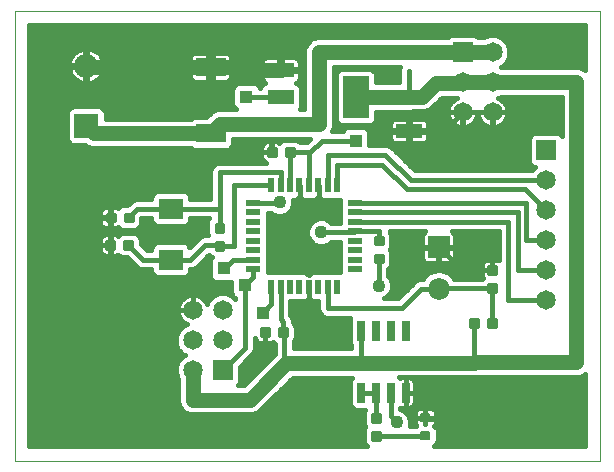
<source format=gtl>
G75*
%MOIN*%
%OFA0B0*%
%FSLAX24Y24*%
%IPPOS*%
%LPD*%
%AMOC8*
5,1,8,0,0,1.08239X$1,22.5*
%
%ADD10C,0.0000*%
%ADD11R,0.0220X0.0500*%
%ADD12R,0.0500X0.0220*%
%ADD13C,0.0088*%
%ADD14R,0.0800X0.0700*%
%ADD15R,0.0650X0.0650*%
%ADD16C,0.0650*%
%ADD17R,0.0250X0.0650*%
%ADD18C,0.0075*%
%ADD19R,0.0728X0.0728*%
%ADD20C,0.0728*%
%ADD21R,0.0800X0.0800*%
%ADD22C,0.0800*%
%ADD23R,0.1000X0.0600*%
%ADD24R,0.0900X0.0450*%
%ADD25R,0.0900X0.0500*%
%ADD26R,0.0850X0.1400*%
%ADD27C,0.0160*%
%ADD28C,0.0500*%
%ADD29C,0.0436*%
%ADD30R,0.0436X0.0436*%
%ADD31C,0.0240*%
D10*
X000180Y002280D02*
X000180Y017280D01*
X019680Y017280D01*
X019680Y002280D01*
X000180Y002280D01*
D11*
X008728Y008080D03*
X009043Y008080D03*
X009358Y008080D03*
X009673Y008080D03*
X009987Y008080D03*
X010302Y008080D03*
X010617Y008080D03*
X010932Y008080D03*
X010932Y011460D03*
X010617Y011460D03*
X010302Y011460D03*
X009987Y011460D03*
X009673Y011460D03*
X009358Y011460D03*
X009043Y011460D03*
X008728Y011460D03*
D12*
X008140Y010872D03*
X008140Y010557D03*
X008140Y010242D03*
X008140Y009927D03*
X008140Y009612D03*
X008140Y009297D03*
X008140Y008983D03*
X008140Y008668D03*
X011520Y008668D03*
X011520Y008983D03*
X011520Y009297D03*
X011520Y009612D03*
X011520Y009927D03*
X011520Y010242D03*
X011520Y010557D03*
X011520Y010872D03*
D13*
X012189Y009751D02*
X012189Y009489D01*
X012189Y009751D02*
X012451Y009751D01*
X012451Y009489D01*
X012189Y009489D01*
X012189Y009576D02*
X012451Y009576D01*
X012451Y009663D02*
X012189Y009663D01*
X012189Y009750D02*
X012451Y009750D01*
X012189Y009151D02*
X012189Y008889D01*
X012189Y009151D02*
X012451Y009151D01*
X012451Y008889D01*
X012189Y008889D01*
X012189Y008976D02*
X012451Y008976D01*
X012451Y009063D02*
X012189Y009063D01*
X012189Y009150D02*
X012451Y009150D01*
X015369Y007001D02*
X015631Y007001D01*
X015631Y006739D01*
X015369Y006739D01*
X015369Y007001D01*
X015369Y006826D02*
X015631Y006826D01*
X015631Y006913D02*
X015369Y006913D01*
X015369Y007000D02*
X015631Y007000D01*
X015969Y007001D02*
X016231Y007001D01*
X016231Y006739D01*
X015969Y006739D01*
X015969Y007001D01*
X015969Y006826D02*
X016231Y006826D01*
X016231Y006913D02*
X015969Y006913D01*
X015969Y007000D02*
X016231Y007000D01*
X015969Y007899D02*
X015969Y008161D01*
X016231Y008161D01*
X016231Y007899D01*
X015969Y007899D01*
X015969Y007986D02*
X016231Y007986D01*
X016231Y008073D02*
X015969Y008073D01*
X015969Y008160D02*
X016231Y008160D01*
X015969Y008499D02*
X015969Y008761D01*
X016231Y008761D01*
X016231Y008499D01*
X015969Y008499D01*
X015969Y008586D02*
X016231Y008586D01*
X016231Y008673D02*
X015969Y008673D01*
X015969Y008760D02*
X016231Y008760D01*
X012361Y003841D02*
X012361Y003579D01*
X012099Y003579D01*
X012099Y003841D01*
X012361Y003841D01*
X012361Y003666D02*
X012099Y003666D01*
X012099Y003753D02*
X012361Y003753D01*
X012361Y003840D02*
X012099Y003840D01*
X012361Y003241D02*
X012361Y002979D01*
X012099Y002979D01*
X012099Y003241D01*
X012361Y003241D01*
X012361Y003066D02*
X012099Y003066D01*
X012099Y003153D02*
X012361Y003153D01*
X012361Y003240D02*
X012099Y003240D01*
X009261Y006429D02*
X008999Y006429D01*
X008999Y006691D01*
X009261Y006691D01*
X009261Y006429D01*
X009261Y006516D02*
X008999Y006516D01*
X008999Y006603D02*
X009261Y006603D01*
X009261Y006690D02*
X008999Y006690D01*
X008661Y006429D02*
X008399Y006429D01*
X008399Y006691D01*
X008661Y006691D01*
X008661Y006429D01*
X008661Y006516D02*
X008399Y006516D01*
X008399Y006603D02*
X008661Y006603D01*
X008661Y006690D02*
X008399Y006690D01*
X007141Y009319D02*
X007141Y009581D01*
X007141Y009319D02*
X006879Y009319D01*
X006879Y009581D01*
X007141Y009581D01*
X007141Y009406D02*
X006879Y009406D01*
X006879Y009493D02*
X007141Y009493D01*
X007141Y009580D02*
X006879Y009580D01*
X007141Y009919D02*
X007141Y010181D01*
X007141Y009919D02*
X006879Y009919D01*
X006879Y010181D01*
X007141Y010181D01*
X007141Y010006D02*
X006879Y010006D01*
X006879Y010093D02*
X007141Y010093D01*
X007141Y010180D02*
X006879Y010180D01*
X008619Y012439D02*
X008881Y012439D01*
X008619Y012439D02*
X008619Y012701D01*
X008881Y012701D01*
X008881Y012439D01*
X008881Y012526D02*
X008619Y012526D01*
X008619Y012613D02*
X008881Y012613D01*
X008881Y012700D02*
X008619Y012700D01*
X009219Y012439D02*
X009481Y012439D01*
X009219Y012439D02*
X009219Y012701D01*
X009481Y012701D01*
X009481Y012439D01*
X009481Y012526D02*
X009219Y012526D01*
X009219Y012613D02*
X009481Y012613D01*
X009481Y012700D02*
X009219Y012700D01*
X004111Y010259D02*
X003849Y010259D01*
X003849Y010521D01*
X004111Y010521D01*
X004111Y010259D01*
X004111Y010346D02*
X003849Y010346D01*
X003849Y010433D02*
X004111Y010433D01*
X004111Y010520D02*
X003849Y010520D01*
X003511Y010259D02*
X003249Y010259D01*
X003249Y010521D01*
X003511Y010521D01*
X003511Y010259D01*
X003511Y010346D02*
X003249Y010346D01*
X003249Y010433D02*
X003511Y010433D01*
X003511Y010520D02*
X003249Y010520D01*
X003239Y009339D02*
X003501Y009339D01*
X003239Y009339D02*
X003239Y009601D01*
X003501Y009601D01*
X003501Y009339D01*
X003501Y009426D02*
X003239Y009426D01*
X003239Y009513D02*
X003501Y009513D01*
X003501Y009600D02*
X003239Y009600D01*
X003839Y009339D02*
X004101Y009339D01*
X003839Y009339D02*
X003839Y009601D01*
X004101Y009601D01*
X004101Y009339D01*
X004101Y009426D02*
X003839Y009426D01*
X003839Y009513D02*
X004101Y009513D01*
X004101Y009600D02*
X003839Y009600D01*
D14*
X005380Y008980D03*
X005380Y010680D03*
D15*
X007120Y005300D03*
X015110Y015900D03*
X017890Y012640D03*
D16*
X017890Y011640D03*
X017890Y010640D03*
X017890Y009640D03*
X017890Y008640D03*
X017890Y007640D03*
X016110Y013900D03*
X016110Y014900D03*
X016110Y015900D03*
X015110Y014900D03*
X015110Y013900D03*
X007120Y007300D03*
X006120Y007300D03*
X006120Y006300D03*
X007120Y006300D03*
X006120Y005300D03*
D17*
X011710Y004550D03*
X012210Y004550D03*
X012710Y004550D03*
X013210Y004550D03*
X013210Y006610D03*
X012710Y006610D03*
X012210Y006610D03*
X011710Y006610D03*
D18*
X014008Y003823D02*
X014008Y003597D01*
X013732Y003597D01*
X013732Y003823D01*
X014008Y003823D01*
X014008Y003671D02*
X013732Y003671D01*
X013732Y003745D02*
X014008Y003745D01*
X014008Y003819D02*
X013732Y003819D01*
X014008Y003223D02*
X014008Y002997D01*
X013732Y002997D01*
X013732Y003223D01*
X014008Y003223D01*
X014008Y003071D02*
X013732Y003071D01*
X013732Y003145D02*
X014008Y003145D01*
X014008Y003219D02*
X013732Y003219D01*
D19*
X014310Y009399D03*
D20*
X014310Y008021D03*
D21*
X002570Y013450D03*
D22*
X002570Y015450D03*
D23*
X006710Y015390D03*
X006710Y013190D03*
D24*
X013330Y013265D03*
X013330Y014415D03*
D25*
X009050Y014400D03*
X009050Y013500D03*
X009050Y015300D03*
D26*
X011550Y014400D03*
D27*
X012215Y014890D02*
X012215Y015148D01*
X012178Y015236D01*
X012111Y015303D01*
X012023Y015340D01*
X011077Y015340D01*
X010989Y015303D01*
X010922Y015236D01*
X010885Y015148D01*
X010885Y013652D01*
X010922Y013564D01*
X010989Y013496D01*
X011077Y013460D01*
X012023Y013460D01*
X012111Y013496D01*
X012178Y013564D01*
X012215Y013652D01*
X012215Y013910D01*
X013427Y013910D01*
X013464Y013925D01*
X013852Y013925D01*
X014033Y014000D01*
X014413Y014380D01*
X014889Y014380D01*
X014917Y014368D01*
X014916Y014368D01*
X014845Y014332D01*
X014781Y014285D01*
X014725Y014229D01*
X014678Y014165D01*
X014642Y014094D01*
X014617Y014018D01*
X014605Y013940D01*
X014605Y013907D01*
X015102Y013907D01*
X015102Y013892D01*
X015118Y013892D01*
X015118Y013907D01*
X016102Y013907D01*
X016102Y013892D01*
X015605Y013892D01*
X015118Y013892D01*
X015118Y013395D01*
X015150Y013395D01*
X015228Y013407D01*
X015304Y013432D01*
X015375Y013468D01*
X015439Y013515D01*
X015495Y013571D01*
X015542Y013635D01*
X015578Y013706D01*
X015603Y013782D01*
X015610Y013829D01*
X015617Y013782D01*
X015642Y013706D01*
X015678Y013635D01*
X015725Y013571D01*
X015781Y013515D01*
X015845Y013468D01*
X015916Y013432D01*
X015992Y013407D01*
X016070Y013395D01*
X016102Y013395D01*
X016102Y013892D01*
X016118Y013892D01*
X016118Y013907D01*
X016615Y013907D01*
X016615Y013940D01*
X016603Y014018D01*
X016578Y014094D01*
X016542Y014165D01*
X016495Y014229D01*
X016439Y014285D01*
X016375Y014332D01*
X016304Y014368D01*
X016303Y014368D01*
X016403Y014410D01*
X018410Y014410D01*
X018410Y013109D01*
X018351Y013168D01*
X018263Y013205D01*
X017517Y013205D01*
X017429Y013168D01*
X017362Y013101D01*
X017325Y013013D01*
X017325Y012267D01*
X017362Y012179D01*
X017429Y012111D01*
X017517Y012075D01*
X017526Y012075D01*
X017411Y011960D01*
X017411Y011960D01*
X013513Y011960D01*
X012811Y012661D01*
X012721Y012751D01*
X012604Y012800D01*
X012008Y012800D01*
X012008Y013215D01*
X011971Y013304D01*
X011904Y013371D01*
X011816Y013408D01*
X011284Y013408D01*
X011196Y013371D01*
X011129Y013304D01*
X011115Y013270D01*
X010765Y013270D01*
X010820Y013402D01*
X010820Y015420D01*
X013040Y015420D01*
X013000Y015324D01*
X013000Y014890D01*
X012215Y014890D01*
X012215Y014960D02*
X013000Y014960D01*
X013000Y015118D02*
X012215Y015118D01*
X012137Y015277D02*
X013000Y015277D01*
X013320Y015260D02*
X013320Y014425D01*
X013330Y014415D01*
X013297Y013670D02*
X012856Y013670D01*
X012811Y013658D01*
X012769Y013634D01*
X012736Y013600D01*
X012712Y013559D01*
X012700Y013514D01*
X012700Y013297D01*
X013297Y013297D01*
X013297Y013232D01*
X013363Y013232D01*
X013363Y013297D01*
X013960Y013297D01*
X013960Y013514D01*
X013948Y013559D01*
X013924Y013600D01*
X013891Y013634D01*
X013849Y013658D01*
X013804Y013670D01*
X013363Y013670D01*
X013363Y013297D01*
X013297Y013297D01*
X013297Y013670D01*
X013297Y013533D02*
X013363Y013533D01*
X013363Y013375D02*
X013297Y013375D01*
X013330Y013265D02*
X014475Y013265D01*
X015110Y013900D01*
X015102Y013892D02*
X015102Y013395D01*
X015070Y013395D01*
X014992Y013407D01*
X014916Y013432D01*
X014845Y013468D01*
X014781Y013515D01*
X014725Y013571D01*
X014678Y013635D01*
X014642Y013706D01*
X014617Y013782D01*
X014605Y013860D01*
X014605Y013892D01*
X015102Y013892D01*
X015102Y013850D02*
X015118Y013850D01*
X015102Y013692D02*
X015118Y013692D01*
X015102Y013533D02*
X015118Y013533D01*
X015458Y013533D02*
X015762Y013533D01*
X015649Y013692D02*
X015571Y013692D01*
X016102Y013692D02*
X016118Y013692D01*
X016102Y013850D02*
X016118Y013850D01*
X016118Y013892D02*
X016118Y013395D01*
X016150Y013395D01*
X016228Y013407D01*
X016304Y013432D01*
X016375Y013468D01*
X016439Y013515D01*
X016495Y013571D01*
X016542Y013635D01*
X016578Y013706D01*
X016603Y013782D01*
X016615Y013860D01*
X016615Y013892D01*
X016118Y013892D01*
X016102Y013533D02*
X016118Y013533D01*
X016458Y013533D02*
X018410Y013533D01*
X018410Y013375D02*
X013960Y013375D01*
X013960Y013232D02*
X013363Y013232D01*
X013363Y012860D01*
X013804Y012860D01*
X013849Y012872D01*
X013891Y012896D01*
X013924Y012929D01*
X013948Y012970D01*
X013960Y013016D01*
X013960Y013232D01*
X013960Y013216D02*
X018410Y013216D01*
X018410Y013692D02*
X016571Y013692D01*
X016613Y013850D02*
X018410Y013850D01*
X018410Y014009D02*
X016604Y014009D01*
X016540Y014167D02*
X018410Y014167D01*
X018410Y014326D02*
X016383Y014326D01*
X016403Y015390D02*
X016379Y015400D01*
X016430Y015421D01*
X016589Y015580D01*
X016675Y015788D01*
X016675Y016012D01*
X016589Y016220D01*
X016430Y016379D01*
X016222Y016465D01*
X015998Y016465D01*
X015817Y016390D01*
X015609Y016390D01*
X015571Y016428D01*
X015483Y016465D01*
X014737Y016465D01*
X014649Y016428D01*
X014621Y016400D01*
X010233Y016400D01*
X010052Y016325D01*
X009915Y016187D01*
X009840Y016007D01*
X009840Y013990D01*
X009679Y013990D01*
X009703Y014014D01*
X009740Y014102D01*
X009740Y014698D01*
X009703Y014786D01*
X009636Y014853D01*
X009568Y014882D01*
X009569Y014882D01*
X009611Y014906D01*
X009644Y014939D01*
X009668Y014980D01*
X009680Y015026D01*
X009680Y015255D01*
X009095Y015255D01*
X009095Y015345D01*
X009005Y015345D01*
X009005Y015730D01*
X008576Y015730D01*
X008531Y015718D01*
X008489Y015694D01*
X008456Y015660D01*
X008432Y015619D01*
X008420Y015574D01*
X008420Y015345D01*
X009005Y015345D01*
X009005Y015255D01*
X008420Y015255D01*
X008420Y015026D01*
X008432Y014980D01*
X008456Y014939D01*
X008489Y014906D01*
X008531Y014882D01*
X008532Y014882D01*
X008464Y014853D01*
X008397Y014786D01*
X008369Y014720D01*
X008344Y014720D01*
X008321Y014774D01*
X008254Y014841D01*
X008166Y014878D01*
X007634Y014878D01*
X007546Y014841D01*
X007479Y014774D01*
X007442Y014685D01*
X007442Y014154D01*
X007479Y014066D01*
X007546Y013999D01*
X007567Y013990D01*
X006923Y013990D01*
X006742Y013915D01*
X006605Y013777D01*
X006557Y013730D01*
X006162Y013730D01*
X006074Y013693D01*
X006061Y013680D01*
X003210Y013680D01*
X003210Y013898D01*
X003173Y013986D01*
X003106Y014053D01*
X003018Y014090D01*
X002122Y014090D01*
X002034Y014053D01*
X001967Y013986D01*
X001930Y013898D01*
X001930Y013002D01*
X001967Y012914D01*
X002034Y012846D01*
X002122Y012810D01*
X002517Y012810D01*
X002552Y012775D01*
X002733Y012700D01*
X006061Y012700D01*
X006074Y012686D01*
X006162Y012650D01*
X007258Y012650D01*
X007346Y012686D01*
X007413Y012754D01*
X007450Y012842D01*
X007450Y013010D01*
X010027Y013010D01*
X009907Y012890D01*
X009694Y012890D01*
X009642Y012942D01*
X009538Y012985D01*
X009162Y012985D01*
X009058Y012942D01*
X009005Y012888D01*
X008968Y012910D01*
X008911Y012925D01*
X008758Y012925D01*
X008758Y012577D01*
X008742Y012577D01*
X008742Y012562D01*
X008395Y012562D01*
X008395Y012409D01*
X008410Y012352D01*
X008440Y012301D01*
X008481Y012260D01*
X008532Y012230D01*
X008571Y012220D01*
X006956Y012220D01*
X006839Y012171D01*
X006749Y012081D01*
X006700Y011964D01*
X006700Y011000D01*
X006020Y011000D01*
X006020Y011078D01*
X005983Y011166D01*
X005916Y011233D01*
X005828Y011270D01*
X004932Y011270D01*
X004844Y011233D01*
X004777Y011166D01*
X004740Y011078D01*
X004740Y011000D01*
X004206Y011000D01*
X004089Y010951D01*
X003942Y010805D01*
X003792Y010805D01*
X003688Y010762D01*
X003635Y010708D01*
X003598Y010730D01*
X003541Y010745D01*
X003388Y010745D01*
X003388Y010397D01*
X003372Y010397D01*
X003372Y010382D01*
X003388Y010382D01*
X003388Y010035D01*
X003541Y010035D01*
X003598Y010050D01*
X003635Y010072D01*
X003688Y010018D01*
X003792Y009975D01*
X004168Y009975D01*
X004272Y010018D01*
X004352Y010098D01*
X004395Y010202D01*
X004395Y010352D01*
X004403Y010360D01*
X004740Y010360D01*
X004740Y010282D01*
X004777Y010194D01*
X004844Y010126D01*
X004932Y010090D01*
X005828Y010090D01*
X005916Y010126D01*
X005983Y010194D01*
X006020Y010282D01*
X006020Y010360D01*
X006656Y010360D01*
X006638Y010342D01*
X006595Y010238D01*
X006595Y009862D01*
X006625Y009790D01*
X006466Y009790D01*
X006349Y009741D01*
X006259Y009651D01*
X006010Y009402D01*
X005983Y009466D01*
X005916Y009533D01*
X005828Y009570D01*
X004932Y009570D01*
X004844Y009533D01*
X004777Y009466D01*
X004740Y009378D01*
X004740Y009300D01*
X004593Y009300D01*
X004385Y009507D01*
X004385Y009658D01*
X004342Y009762D01*
X004262Y009842D01*
X004158Y009885D01*
X003782Y009885D01*
X003678Y009842D01*
X003625Y009788D01*
X003588Y009810D01*
X003531Y009825D01*
X003378Y009825D01*
X003378Y009477D01*
X003362Y009477D01*
X003362Y009462D01*
X003378Y009462D01*
X003378Y009115D01*
X003531Y009115D01*
X003588Y009130D01*
X003625Y009152D01*
X003678Y009098D01*
X003782Y009055D01*
X003932Y009055D01*
X004189Y008799D01*
X004279Y008709D01*
X004396Y008660D01*
X004740Y008660D01*
X004740Y008582D01*
X004777Y008494D01*
X004844Y008426D01*
X004932Y008390D01*
X005828Y008390D01*
X005916Y008426D01*
X005983Y008494D01*
X006020Y008582D01*
X006020Y008660D01*
X006104Y008660D01*
X006221Y008709D01*
X006654Y009142D01*
X006718Y009078D01*
X006757Y009062D01*
X006739Y009044D01*
X006702Y008955D01*
X006702Y008424D01*
X006739Y008336D01*
X006806Y008269D01*
X006894Y008232D01*
X007402Y008232D01*
X007402Y007874D01*
X007439Y007786D01*
X007506Y007719D01*
X007540Y007705D01*
X007540Y007679D01*
X007440Y007779D01*
X007232Y007865D01*
X007008Y007865D01*
X006800Y007779D01*
X006641Y007620D01*
X006588Y007493D01*
X006588Y007494D01*
X006552Y007565D01*
X006505Y007629D01*
X006449Y007685D01*
X006385Y007732D01*
X006314Y007768D01*
X006238Y007792D01*
X006160Y007805D01*
X006128Y007805D01*
X006128Y007307D01*
X006112Y007307D01*
X006112Y007292D01*
X005615Y007292D01*
X005615Y007260D01*
X005627Y007182D01*
X005652Y007106D01*
X005688Y007035D01*
X005735Y006971D01*
X005791Y006915D01*
X005855Y006868D01*
X005926Y006832D01*
X005927Y006832D01*
X005800Y006779D01*
X005641Y006620D01*
X005555Y006412D01*
X005555Y006188D01*
X005641Y005980D01*
X005800Y005821D01*
X005851Y005800D01*
X005800Y005779D01*
X005641Y005620D01*
X005555Y005412D01*
X005555Y005188D01*
X005630Y005006D01*
X005630Y004222D01*
X005705Y004042D01*
X005842Y003905D01*
X006023Y003830D01*
X008117Y003830D01*
X008298Y003905D01*
X009443Y005050D01*
X011421Y005050D01*
X011382Y005011D01*
X011345Y004923D01*
X011345Y004177D01*
X011382Y004089D01*
X011449Y004021D01*
X011537Y003985D01*
X011851Y003985D01*
X011815Y003898D01*
X011815Y003522D01*
X011858Y003418D01*
X011866Y003410D01*
X011858Y003402D01*
X011815Y003298D01*
X011815Y002922D01*
X011858Y002818D01*
X011916Y002760D01*
X000660Y002760D01*
X000660Y016800D01*
X019200Y016800D01*
X019200Y015293D01*
X019178Y015315D01*
X018997Y015390D01*
X016403Y015390D01*
X016445Y015435D02*
X019200Y015435D01*
X019200Y015594D02*
X016595Y015594D01*
X016660Y015752D02*
X019200Y015752D01*
X019200Y015911D02*
X016675Y015911D01*
X016651Y016069D02*
X019200Y016069D01*
X019200Y016228D02*
X016581Y016228D01*
X016412Y016386D02*
X019200Y016386D01*
X019200Y016545D02*
X000660Y016545D01*
X000660Y016703D02*
X019200Y016703D01*
X017344Y013058D02*
X013960Y013058D01*
X013894Y012899D02*
X017325Y012899D01*
X017325Y012741D02*
X012732Y012741D01*
X012811Y012872D02*
X012856Y012860D01*
X013297Y012860D01*
X013297Y013232D01*
X012700Y013232D01*
X012700Y013016D01*
X012712Y012970D01*
X012736Y012929D01*
X012769Y012896D01*
X012811Y012872D01*
X012766Y012899D02*
X012008Y012899D01*
X012008Y013058D02*
X012700Y013058D01*
X012700Y013216D02*
X012007Y013216D01*
X011895Y013375D02*
X012700Y013375D01*
X012705Y013533D02*
X012148Y013533D01*
X012215Y013692D02*
X014649Y013692D01*
X014607Y013850D02*
X012215Y013850D01*
X011550Y012950D02*
X010420Y012950D01*
X010040Y012570D01*
X009350Y012570D01*
X009358Y012562D01*
X009358Y011460D01*
X009673Y011460D02*
X009680Y011452D01*
X009680Y010910D01*
X009780Y010810D01*
X010310Y010810D01*
X010310Y011452D01*
X010302Y011460D01*
X009987Y011460D02*
X009987Y012517D01*
X009989Y012531D01*
X009994Y012544D01*
X010003Y012554D01*
X010014Y012563D01*
X010026Y012568D01*
X010040Y012570D01*
X009917Y012899D02*
X009684Y012899D01*
X009016Y012899D02*
X008985Y012899D01*
X008758Y012899D02*
X008742Y012899D01*
X008742Y012925D02*
X008589Y012925D01*
X008532Y012910D01*
X008481Y012880D01*
X008440Y012839D01*
X008410Y012788D01*
X008395Y012731D01*
X008395Y012577D01*
X008742Y012577D01*
X008742Y012925D01*
X008742Y012741D02*
X008758Y012741D01*
X008742Y012582D02*
X008758Y012582D01*
X008395Y012582D02*
X000660Y012582D01*
X000660Y012424D02*
X008395Y012424D01*
X008476Y012265D02*
X000660Y012265D01*
X000660Y012107D02*
X006774Y012107D01*
X006700Y011948D02*
X000660Y011948D01*
X000660Y011790D02*
X006700Y011790D01*
X006700Y011631D02*
X000660Y011631D01*
X000660Y011473D02*
X006700Y011473D01*
X006700Y011314D02*
X000660Y011314D01*
X000660Y011156D02*
X004772Y011156D01*
X004200Y010997D02*
X000660Y010997D01*
X000660Y010839D02*
X003976Y010839D01*
X004270Y010680D02*
X003980Y010390D01*
X004270Y010680D02*
X005380Y010680D01*
X007010Y010680D01*
X007010Y010050D01*
X007020Y010050D01*
X007020Y011900D01*
X009043Y011900D01*
X009043Y011460D01*
X008728Y011460D02*
X007480Y011460D01*
X007480Y009450D01*
X007010Y009450D01*
X006990Y009470D01*
X006530Y009470D01*
X006040Y008980D01*
X005380Y008980D01*
X004460Y008980D01*
X003970Y009470D01*
X004355Y009729D02*
X006337Y009729D01*
X006178Y009571D02*
X004385Y009571D01*
X004480Y009412D02*
X004754Y009412D01*
X004300Y010046D02*
X006595Y010046D01*
X006595Y009888D02*
X000660Y009888D01*
X000660Y010046D02*
X003176Y010046D01*
X003162Y010050D02*
X003219Y010035D01*
X003372Y010035D01*
X003372Y010382D01*
X003025Y010382D01*
X003025Y010229D01*
X003040Y010172D01*
X003070Y010121D01*
X003111Y010080D01*
X003162Y010050D01*
X003032Y010205D02*
X000660Y010205D01*
X000660Y010363D02*
X003025Y010363D01*
X003025Y010397D02*
X003372Y010397D01*
X003372Y010745D01*
X003219Y010745D01*
X003162Y010730D01*
X003111Y010700D01*
X003070Y010659D01*
X003040Y010608D01*
X003025Y010551D01*
X003025Y010397D01*
X003025Y010522D02*
X000660Y010522D01*
X000660Y010680D02*
X003092Y010680D01*
X003372Y010680D02*
X003388Y010680D01*
X003372Y010522D02*
X003388Y010522D01*
X003380Y010390D02*
X003370Y010380D01*
X003370Y009470D01*
X003370Y009930D01*
X002700Y009930D01*
X002090Y009320D01*
X002090Y005590D01*
X004570Y003110D01*
X009910Y003110D01*
X009930Y003130D01*
X009930Y004630D01*
X009950Y004650D01*
X009970Y004650D01*
X009367Y004974D02*
X011366Y004974D01*
X011345Y004816D02*
X009209Y004816D01*
X009050Y004657D02*
X011345Y004657D01*
X011345Y004499D02*
X008892Y004499D01*
X008733Y004340D02*
X011345Y004340D01*
X011345Y004182D02*
X008575Y004182D01*
X008416Y004023D02*
X011447Y004023D01*
X011815Y003865D02*
X008202Y003865D01*
X007817Y004810D02*
X007619Y004810D01*
X007648Y004839D01*
X007685Y004927D01*
X007685Y005412D01*
X008041Y005769D01*
X008131Y005859D01*
X008180Y005976D01*
X008180Y006381D01*
X008190Y006342D01*
X008220Y006291D01*
X008261Y006250D01*
X008312Y006220D01*
X008369Y006205D01*
X008522Y006205D01*
X008522Y006552D01*
X008538Y006552D01*
X008538Y006205D01*
X008691Y006205D01*
X008748Y006220D01*
X008785Y006242D01*
X008838Y006188D01*
X008850Y006183D01*
X008850Y005843D01*
X008825Y005817D01*
X007817Y004810D01*
X007823Y004816D02*
X007625Y004816D01*
X007685Y004974D02*
X007982Y004974D01*
X008140Y005133D02*
X007685Y005133D01*
X007685Y005291D02*
X008299Y005291D01*
X008457Y005450D02*
X007723Y005450D01*
X007881Y005608D02*
X008616Y005608D01*
X008774Y005767D02*
X008040Y005767D01*
X008041Y005769D02*
X008041Y005769D01*
X008159Y005925D02*
X008850Y005925D01*
X008850Y006084D02*
X008180Y006084D01*
X008180Y006242D02*
X008274Y006242D01*
X008522Y006242D02*
X008538Y006242D01*
X008522Y006401D02*
X008538Y006401D01*
X008540Y006550D02*
X008530Y006560D01*
X008540Y006550D02*
X008540Y005910D01*
X009170Y005670D02*
X009170Y006560D01*
X009130Y006560D01*
X009140Y006570D01*
X009140Y006910D01*
X009043Y007007D01*
X009043Y008080D01*
X008728Y008080D02*
X008728Y007498D01*
X008450Y007220D01*
X007860Y008140D02*
X007860Y006040D01*
X007120Y005300D01*
X005788Y005767D02*
X000660Y005767D01*
X000660Y005925D02*
X005695Y005925D01*
X005598Y006084D02*
X000660Y006084D01*
X000660Y006242D02*
X005555Y006242D01*
X005555Y006401D02*
X000660Y006401D01*
X000660Y006559D02*
X005616Y006559D01*
X005739Y006718D02*
X000660Y006718D01*
X000660Y006876D02*
X005844Y006876D01*
X005688Y007035D02*
X000660Y007035D01*
X000660Y007193D02*
X005626Y007193D01*
X005615Y007307D02*
X006112Y007307D01*
X006112Y007805D01*
X006080Y007805D01*
X006002Y007792D01*
X005926Y007768D01*
X005855Y007732D01*
X005791Y007685D01*
X005735Y007629D01*
X005688Y007565D01*
X005652Y007494D01*
X005627Y007418D01*
X005615Y007340D01*
X005615Y007307D01*
X005617Y007352D02*
X000660Y007352D01*
X000660Y007510D02*
X005660Y007510D01*
X005775Y007669D02*
X000660Y007669D01*
X000660Y007827D02*
X006917Y007827D01*
X006690Y007669D02*
X006465Y007669D01*
X006580Y007510D02*
X006596Y007510D01*
X006128Y007510D02*
X006112Y007510D01*
X006112Y007352D02*
X006128Y007352D01*
X006120Y007300D02*
X006120Y007900D01*
X006410Y008190D01*
X006702Y008461D02*
X005951Y008461D01*
X006020Y008620D02*
X006702Y008620D01*
X006702Y008778D02*
X006291Y008778D01*
X006450Y008937D02*
X006702Y008937D01*
X006701Y009095D02*
X006608Y009095D01*
X006020Y009412D02*
X006006Y009412D01*
X005988Y010205D02*
X006595Y010205D01*
X006700Y011156D02*
X005988Y011156D01*
X004772Y010205D02*
X004395Y010205D01*
X003660Y010046D02*
X003584Y010046D01*
X003388Y010046D02*
X003372Y010046D01*
X003372Y010205D02*
X003388Y010205D01*
X003372Y010363D02*
X003388Y010363D01*
X003362Y009825D02*
X003209Y009825D01*
X003152Y009810D01*
X003101Y009780D01*
X003060Y009739D01*
X003030Y009688D01*
X003015Y009631D01*
X003015Y009477D01*
X003362Y009477D01*
X003362Y009825D01*
X003362Y009729D02*
X003378Y009729D01*
X003362Y009571D02*
X003378Y009571D01*
X003362Y009462D02*
X003015Y009462D01*
X003015Y009309D01*
X003030Y009252D01*
X003060Y009201D01*
X003101Y009160D01*
X003152Y009130D01*
X003209Y009115D01*
X003362Y009115D01*
X003362Y009462D01*
X003362Y009412D02*
X003378Y009412D01*
X003362Y009254D02*
X003378Y009254D01*
X003685Y009095D02*
X000660Y009095D01*
X000660Y008937D02*
X004050Y008937D01*
X004209Y008778D02*
X000660Y008778D01*
X000660Y008620D02*
X004740Y008620D01*
X004809Y008461D02*
X000660Y008461D01*
X000660Y008303D02*
X006772Y008303D01*
X007160Y008690D02*
X007453Y008983D01*
X008140Y008983D01*
X008133Y008990D01*
X008140Y008668D02*
X008140Y008420D01*
X007860Y008140D01*
X007402Y008144D02*
X000660Y008144D01*
X000660Y007986D02*
X007402Y007986D01*
X007422Y007827D02*
X007323Y007827D01*
X006128Y007669D02*
X006112Y007669D01*
X005636Y005608D02*
X000660Y005608D01*
X000660Y005450D02*
X005571Y005450D01*
X005555Y005291D02*
X000660Y005291D01*
X000660Y005133D02*
X005578Y005133D01*
X005630Y004974D02*
X000660Y004974D01*
X000660Y004816D02*
X005630Y004816D01*
X005630Y004657D02*
X000660Y004657D01*
X000660Y004499D02*
X005630Y004499D01*
X005630Y004340D02*
X000660Y004340D01*
X000660Y004182D02*
X005647Y004182D01*
X005724Y004023D02*
X000660Y004023D01*
X000660Y003865D02*
X005938Y003865D01*
X009170Y005670D02*
X009300Y005540D01*
X009490Y006030D02*
X009490Y006256D01*
X009502Y006268D01*
X009545Y006372D01*
X009545Y006748D01*
X009502Y006852D01*
X009460Y006894D01*
X009460Y006974D01*
X009411Y007091D01*
X009363Y007140D01*
X009363Y007590D01*
X009830Y007590D01*
X009918Y007626D01*
X009942Y007650D01*
X009987Y007650D01*
X009987Y007698D01*
X009987Y007698D01*
X009987Y007698D01*
X009987Y007650D01*
X010033Y007650D01*
X010056Y007626D01*
X010145Y007590D01*
X010297Y007590D01*
X010297Y007306D01*
X010346Y007189D01*
X010436Y007099D01*
X010554Y007050D01*
X011373Y007050D01*
X011345Y006983D01*
X011345Y006237D01*
X011382Y006149D01*
X011390Y006141D01*
X011390Y006030D01*
X009490Y006030D01*
X009490Y006084D02*
X011390Y006084D01*
X011345Y006242D02*
X009490Y006242D01*
X009545Y006401D02*
X011345Y006401D01*
X011345Y006559D02*
X009545Y006559D01*
X009545Y006718D02*
X011345Y006718D01*
X011345Y006876D02*
X009477Y006876D01*
X009435Y007035D02*
X011367Y007035D01*
X011710Y006610D02*
X011710Y005540D01*
X012300Y005550D02*
X012300Y005540D01*
X012989Y005060D02*
X015444Y005060D01*
X015504Y005051D01*
X015540Y005060D01*
X015577Y005060D01*
X015602Y005070D01*
X018997Y005070D01*
X019178Y005145D01*
X019200Y005167D01*
X019200Y002760D01*
X014159Y002760D01*
X014165Y002762D01*
X014243Y002840D01*
X014285Y002942D01*
X014285Y003278D01*
X014243Y003380D01*
X014170Y003452D01*
X014182Y003464D01*
X014210Y003513D01*
X014225Y003569D01*
X014225Y003710D01*
X014225Y003851D01*
X014210Y003906D01*
X014182Y003956D01*
X014141Y003996D01*
X014091Y004025D01*
X014036Y004040D01*
X013870Y004040D01*
X013704Y004040D01*
X013649Y004025D01*
X013599Y003996D01*
X013558Y003956D01*
X013530Y003906D01*
X013515Y003851D01*
X013515Y003710D01*
X013870Y003710D01*
X013870Y004040D01*
X013870Y003710D01*
X013870Y003710D01*
X014225Y003710D01*
X013870Y003710D01*
X013870Y003710D01*
X013870Y003710D01*
X013870Y003680D01*
X014530Y003680D01*
X014225Y003706D02*
X019200Y003706D01*
X019200Y003548D02*
X014219Y003548D01*
X014233Y003389D02*
X019200Y003389D01*
X019200Y003231D02*
X014285Y003231D01*
X014285Y003072D02*
X019200Y003072D01*
X019200Y002914D02*
X014273Y002914D01*
X013870Y003110D02*
X012230Y003110D01*
X011815Y003072D02*
X000660Y003072D01*
X000660Y002914D02*
X011818Y002914D01*
X011815Y003231D02*
X000660Y003231D01*
X000660Y003389D02*
X011853Y003389D01*
X011815Y003548D02*
X000660Y003548D01*
X000660Y003706D02*
X011815Y003706D01*
X012230Y003710D02*
X012230Y004530D01*
X012210Y004550D01*
X011710Y004550D01*
X012710Y004550D02*
X012710Y003760D01*
X012910Y003560D01*
X013368Y003548D02*
X013521Y003548D01*
X013515Y003569D02*
X013530Y003513D01*
X013558Y003464D01*
X013570Y003452D01*
X013548Y003430D01*
X013352Y003430D01*
X013368Y003469D01*
X013368Y003651D01*
X013298Y003819D01*
X013169Y003948D01*
X013030Y004006D01*
X013030Y004053D01*
X013061Y004045D01*
X013210Y004045D01*
X013359Y004045D01*
X013404Y004057D01*
X013446Y004081D01*
X013479Y004114D01*
X013503Y004155D01*
X013515Y004201D01*
X013515Y004550D01*
X013515Y004899D01*
X013503Y004944D01*
X013479Y004985D01*
X013446Y005019D01*
X013404Y005043D01*
X013359Y005055D01*
X013210Y005055D01*
X013061Y005055D01*
X013016Y005043D01*
X013010Y005039D01*
X012989Y005060D01*
X013210Y005055D02*
X013210Y004550D01*
X013210Y004550D01*
X013210Y005055D01*
X013210Y004974D02*
X013210Y004974D01*
X013210Y004816D02*
X013210Y004816D01*
X013210Y004657D02*
X013210Y004657D01*
X013210Y004550D02*
X013515Y004550D01*
X013210Y004550D01*
X013210Y004550D01*
X014200Y004550D01*
X014094Y004023D02*
X019200Y004023D01*
X019200Y003865D02*
X014221Y003865D01*
X013870Y003865D02*
X013870Y003865D01*
X013870Y003710D02*
X013450Y003710D01*
X013210Y003950D01*
X013210Y004550D01*
X013210Y004045D01*
X013210Y004550D01*
X013210Y004550D01*
X013210Y004499D02*
X013210Y004499D01*
X013210Y004340D02*
X013210Y004340D01*
X013210Y004182D02*
X013210Y004182D01*
X013030Y004023D02*
X013646Y004023D01*
X013519Y003865D02*
X013252Y003865D01*
X013345Y003706D02*
X013515Y003706D01*
X013515Y003710D02*
X013515Y003569D01*
X013515Y003710D02*
X013870Y003710D01*
X013870Y003500D01*
X013870Y003710D01*
X013870Y003710D01*
X013870Y003706D02*
X013870Y003706D01*
X013870Y003548D02*
X013870Y003548D01*
X013870Y003500D02*
X013870Y003500D01*
X013870Y004023D02*
X013870Y004023D01*
X013510Y004182D02*
X019200Y004182D01*
X019200Y004340D02*
X013515Y004340D01*
X013515Y004499D02*
X019200Y004499D01*
X019200Y004657D02*
X013515Y004657D01*
X013515Y004816D02*
X019200Y004816D01*
X019200Y004974D02*
X013485Y004974D01*
X015500Y005560D02*
X015520Y005560D01*
X015500Y005560D02*
X015500Y006870D01*
X016100Y006870D02*
X016100Y008030D01*
X014319Y008030D01*
X014310Y008021D01*
X013741Y008021D01*
X013090Y007370D01*
X010617Y007370D01*
X010617Y008080D01*
X011030Y008570D02*
X010145Y008570D01*
X010056Y008533D01*
X010033Y008510D01*
X009987Y008510D01*
X009942Y008510D01*
X009918Y008533D01*
X009830Y008570D01*
X008630Y008570D01*
X008630Y010552D01*
X008700Y010552D01*
X008751Y010502D01*
X008919Y010432D01*
X009101Y010432D01*
X009269Y010502D01*
X009398Y010631D01*
X009468Y010799D01*
X009468Y010970D01*
X009515Y010970D01*
X009604Y011006D01*
X009627Y011030D01*
X009673Y011030D01*
X009718Y011030D01*
X009742Y011006D01*
X009830Y010970D01*
X010145Y010970D01*
X010233Y011006D01*
X010257Y011030D01*
X010302Y011030D01*
X010302Y011078D01*
X010302Y011078D01*
X010302Y011078D01*
X010302Y011030D01*
X010348Y011030D01*
X010371Y011006D01*
X010460Y010970D01*
X011030Y010970D01*
X011030Y010715D01*
X011030Y010400D01*
X011030Y010220D01*
X010727Y010220D01*
X010659Y010288D01*
X010491Y010358D01*
X010309Y010358D01*
X010141Y010288D01*
X010012Y010159D01*
X009942Y009991D01*
X009942Y009809D01*
X010012Y009641D01*
X010141Y009512D01*
X010309Y009442D01*
X010491Y009442D01*
X010659Y009512D01*
X010727Y009580D01*
X011030Y009580D01*
X011030Y008570D01*
X011030Y008620D02*
X008630Y008620D01*
X008630Y008778D02*
X011030Y008778D01*
X011030Y008937D02*
X008630Y008937D01*
X008630Y009095D02*
X011030Y009095D01*
X011030Y009254D02*
X008630Y009254D01*
X008630Y009412D02*
X011030Y009412D01*
X011030Y009571D02*
X010718Y009571D01*
X010400Y009900D02*
X011493Y009900D01*
X011520Y009927D01*
X012320Y009927D01*
X012320Y009620D01*
X012735Y009808D02*
X012692Y009912D01*
X012681Y009922D01*
X013862Y009922D01*
X013835Y009907D01*
X013802Y009874D01*
X013778Y009833D01*
X013766Y009787D01*
X013766Y009417D01*
X014292Y009417D01*
X014292Y009380D01*
X014328Y009380D01*
X014328Y008855D01*
X014698Y008855D01*
X014744Y008867D01*
X014785Y008891D01*
X014818Y008924D01*
X014842Y008965D01*
X014854Y009011D01*
X014854Y009380D01*
X014328Y009380D01*
X014328Y009417D01*
X014854Y009417D01*
X014854Y009787D01*
X014842Y009833D01*
X014818Y009874D01*
X014785Y009907D01*
X014758Y009922D01*
X016320Y009922D01*
X016320Y008968D01*
X016318Y008970D01*
X016261Y008985D01*
X016108Y008985D01*
X016108Y008637D01*
X016092Y008637D01*
X016092Y008622D01*
X015745Y008622D01*
X015745Y008469D01*
X015760Y008412D01*
X015782Y008375D01*
X015756Y008350D01*
X014828Y008350D01*
X014822Y008363D01*
X014652Y008533D01*
X014430Y008625D01*
X014190Y008625D01*
X013968Y008533D01*
X013798Y008363D01*
X013789Y008341D01*
X013677Y008341D01*
X013560Y008292D01*
X013470Y008202D01*
X012957Y007690D01*
X012492Y007690D01*
X012569Y007722D01*
X012698Y007851D01*
X012768Y008019D01*
X012768Y008201D01*
X012698Y008369D01*
X012640Y008427D01*
X012640Y008676D01*
X012692Y008728D01*
X012735Y008832D01*
X012735Y009208D01*
X012692Y009312D01*
X012684Y009320D01*
X012692Y009328D01*
X012735Y009432D01*
X012735Y009808D01*
X012735Y009729D02*
X013766Y009729D01*
X013766Y009571D02*
X012735Y009571D01*
X012727Y009412D02*
X014292Y009412D01*
X014310Y009399D02*
X015079Y008630D01*
X016100Y008630D01*
X016092Y008637D02*
X015745Y008637D01*
X015745Y008791D01*
X015760Y008848D01*
X015790Y008899D01*
X015831Y008940D01*
X015882Y008970D01*
X015939Y008985D01*
X016092Y008985D01*
X016092Y008637D01*
X016092Y008778D02*
X016108Y008778D01*
X016092Y008937D02*
X016108Y008937D01*
X016320Y009095D02*
X014854Y009095D01*
X014854Y009254D02*
X016320Y009254D01*
X016320Y009412D02*
X014328Y009412D01*
X014292Y009380D02*
X014292Y008855D01*
X013922Y008855D01*
X013876Y008867D01*
X013835Y008891D01*
X013802Y008924D01*
X013778Y008965D01*
X013766Y009011D01*
X013766Y009380D01*
X014292Y009380D01*
X014292Y009254D02*
X014328Y009254D01*
X014328Y009095D02*
X014292Y009095D01*
X014292Y008937D02*
X014328Y008937D01*
X014443Y008620D02*
X015745Y008620D01*
X015745Y008778D02*
X012713Y008778D01*
X012735Y008937D02*
X013794Y008937D01*
X013766Y009095D02*
X012735Y009095D01*
X012716Y009254D02*
X013766Y009254D01*
X013816Y009888D02*
X012702Y009888D01*
X012320Y009020D02*
X012320Y008110D01*
X012310Y008110D01*
X012675Y007827D02*
X013095Y007827D01*
X013253Y007986D02*
X012754Y007986D01*
X012768Y008144D02*
X013412Y008144D01*
X013586Y008303D02*
X012726Y008303D01*
X012640Y008461D02*
X013896Y008461D01*
X014177Y008620D02*
X012640Y008620D01*
X011520Y010242D02*
X016640Y010242D01*
X016640Y007640D01*
X017890Y007640D01*
X017890Y008630D02*
X017890Y008640D01*
X017890Y008630D02*
X016950Y008630D01*
X016950Y010557D01*
X011520Y010557D01*
X011520Y010872D02*
X017220Y010872D01*
X017220Y009650D01*
X017890Y009650D01*
X017890Y009640D01*
X017890Y010640D02*
X017200Y011330D01*
X013250Y011330D01*
X012430Y012150D01*
X010932Y012150D01*
X010932Y011460D01*
X010617Y011460D02*
X010617Y012480D01*
X012540Y012480D01*
X013380Y011640D01*
X017890Y011640D01*
X017440Y012107D02*
X013366Y012107D01*
X013207Y012265D02*
X017326Y012265D01*
X017325Y012424D02*
X013049Y012424D01*
X012890Y012582D02*
X017325Y012582D01*
X014762Y013533D02*
X013955Y013533D01*
X014042Y014009D02*
X014616Y014009D01*
X014680Y014167D02*
X014200Y014167D01*
X014359Y014326D02*
X014837Y014326D01*
X013363Y013216D02*
X013297Y013216D01*
X013297Y013058D02*
X013363Y013058D01*
X013363Y012899D02*
X013297Y012899D01*
X011205Y013375D02*
X010809Y013375D01*
X010820Y013533D02*
X010952Y013533D01*
X010885Y013692D02*
X010820Y013692D01*
X010820Y013850D02*
X010885Y013850D01*
X010885Y014009D02*
X010820Y014009D01*
X010820Y014167D02*
X010885Y014167D01*
X010885Y014326D02*
X010820Y014326D01*
X010820Y014484D02*
X010885Y014484D01*
X010885Y014643D02*
X010820Y014643D01*
X010820Y014801D02*
X010885Y014801D01*
X010885Y014960D02*
X010820Y014960D01*
X010820Y015118D02*
X010885Y015118D01*
X010820Y015277D02*
X010963Y015277D01*
X010200Y016386D02*
X000660Y016386D01*
X000660Y016228D02*
X009955Y016228D01*
X009866Y016069D02*
X000660Y016069D01*
X000660Y015911D02*
X002218Y015911D01*
X002192Y015892D02*
X002266Y015946D01*
X002347Y015987D01*
X002434Y016016D01*
X002524Y016030D01*
X002535Y016030D01*
X002535Y015485D01*
X002605Y015485D01*
X002605Y016030D01*
X002616Y016030D01*
X002706Y016016D01*
X002793Y015987D01*
X002874Y015946D01*
X002948Y015892D01*
X003012Y015828D01*
X003066Y015754D01*
X003108Y015673D01*
X003136Y015586D01*
X003150Y015496D01*
X003150Y015485D01*
X002605Y015485D01*
X002605Y015415D01*
X003150Y015415D01*
X003150Y015404D01*
X003136Y015314D01*
X003108Y015227D01*
X003066Y015146D01*
X003012Y015072D01*
X002948Y015008D01*
X002874Y014954D01*
X002793Y014912D01*
X002706Y014884D01*
X002616Y014870D01*
X002605Y014870D01*
X002605Y015415D01*
X002535Y015415D01*
X001990Y015415D01*
X001990Y015404D01*
X002004Y015314D01*
X002032Y015227D01*
X002074Y015146D01*
X002128Y015072D01*
X002192Y015008D01*
X002266Y014954D01*
X002347Y014912D01*
X002434Y014884D01*
X002524Y014870D01*
X002535Y014870D01*
X002535Y015415D01*
X002535Y015485D01*
X001990Y015485D01*
X001990Y015496D01*
X002004Y015586D01*
X002032Y015673D01*
X002074Y015754D01*
X002128Y015828D01*
X002192Y015892D01*
X002073Y015752D02*
X000660Y015752D01*
X000660Y015594D02*
X002007Y015594D01*
X002016Y015277D02*
X000660Y015277D01*
X000660Y015435D02*
X002535Y015435D01*
X002605Y015435D02*
X006640Y015435D01*
X006640Y015460D02*
X006640Y015320D01*
X006030Y015320D01*
X006030Y015066D01*
X006042Y015020D01*
X006066Y014979D01*
X006099Y014946D01*
X006141Y014922D01*
X006186Y014910D01*
X006640Y014910D01*
X006640Y015320D01*
X006780Y015320D01*
X006780Y015460D01*
X006640Y015460D01*
X006640Y015870D01*
X006186Y015870D01*
X006141Y015858D01*
X006099Y015834D01*
X006066Y015800D01*
X006042Y015759D01*
X006030Y015714D01*
X006030Y015460D01*
X006640Y015460D01*
X006640Y015594D02*
X006780Y015594D01*
X006780Y015460D02*
X006780Y015870D01*
X007234Y015870D01*
X007279Y015858D01*
X007321Y015834D01*
X007354Y015800D01*
X007378Y015759D01*
X007390Y015714D01*
X007390Y015460D01*
X006780Y015460D01*
X006780Y015435D02*
X008420Y015435D01*
X008425Y015594D02*
X007390Y015594D01*
X007380Y015752D02*
X009840Y015752D01*
X009840Y015594D02*
X009675Y015594D01*
X009680Y015574D02*
X009668Y015619D01*
X009644Y015660D01*
X009611Y015694D01*
X009569Y015718D01*
X009524Y015730D01*
X009095Y015730D01*
X009095Y015345D01*
X009680Y015345D01*
X009680Y015574D01*
X009680Y015435D02*
X009840Y015435D01*
X009840Y015277D02*
X009095Y015277D01*
X009005Y015277D02*
X007390Y015277D01*
X007390Y015320D02*
X006780Y015320D01*
X006780Y014910D01*
X007234Y014910D01*
X007279Y014922D01*
X007321Y014946D01*
X007354Y014979D01*
X007378Y015020D01*
X007390Y015066D01*
X007390Y015320D01*
X007390Y015118D02*
X008420Y015118D01*
X008444Y014960D02*
X007335Y014960D01*
X007507Y014801D02*
X000660Y014801D01*
X000660Y014643D02*
X007442Y014643D01*
X007442Y014484D02*
X000660Y014484D01*
X000660Y014326D02*
X007442Y014326D01*
X007442Y014167D02*
X000660Y014167D01*
X000660Y014009D02*
X001990Y014009D01*
X001930Y013850D02*
X000660Y013850D01*
X000660Y013692D02*
X001930Y013692D01*
X001930Y013533D02*
X000660Y013533D01*
X000660Y013375D02*
X001930Y013375D01*
X001930Y013216D02*
X000660Y013216D01*
X000660Y013058D02*
X001930Y013058D01*
X001981Y012899D02*
X000660Y012899D01*
X000660Y012741D02*
X002634Y012741D01*
X003210Y013692D02*
X006073Y013692D01*
X006678Y013850D02*
X003210Y013850D01*
X003150Y014009D02*
X007536Y014009D01*
X007870Y014400D02*
X008950Y014400D01*
X009050Y014400D01*
X009240Y014400D01*
X009245Y014399D01*
X009249Y014395D01*
X009250Y014390D01*
X008960Y014390D01*
X007900Y014390D01*
X007900Y014420D01*
X008293Y014801D02*
X008412Y014801D01*
X008950Y014400D02*
X008951Y014395D01*
X008955Y014391D01*
X008960Y014390D01*
X009698Y014009D02*
X009840Y014009D01*
X009840Y014167D02*
X009740Y014167D01*
X009740Y014326D02*
X009840Y014326D01*
X009840Y014484D02*
X009740Y014484D01*
X009740Y014643D02*
X009840Y014643D01*
X009840Y014801D02*
X009688Y014801D01*
X009656Y014960D02*
X009840Y014960D01*
X009840Y015118D02*
X009680Y015118D01*
X009095Y015435D02*
X009005Y015435D01*
X009005Y015594D02*
X009095Y015594D01*
X009840Y015911D02*
X002922Y015911D01*
X003067Y015752D02*
X006040Y015752D01*
X006030Y015594D02*
X003133Y015594D01*
X003124Y015277D02*
X006030Y015277D01*
X006030Y015118D02*
X003046Y015118D01*
X002882Y014960D02*
X006085Y014960D01*
X006640Y014960D02*
X006780Y014960D01*
X006780Y015118D02*
X006640Y015118D01*
X006640Y015277D02*
X006780Y015277D01*
X006780Y015752D02*
X006640Y015752D01*
X007450Y012899D02*
X008515Y012899D01*
X008398Y012741D02*
X007400Y012741D01*
X008140Y010872D02*
X009010Y010872D01*
X008731Y010522D02*
X008630Y010522D01*
X008630Y010363D02*
X011030Y010363D01*
X011030Y010522D02*
X009289Y010522D01*
X009419Y010680D02*
X011030Y010680D01*
X011030Y010839D02*
X009468Y010839D01*
X009582Y010997D02*
X009763Y010997D01*
X009673Y011030D02*
X009673Y011078D01*
X009673Y011078D01*
X009673Y011078D01*
X009673Y011030D01*
X010212Y010997D02*
X010393Y010997D01*
X010058Y010205D02*
X008630Y010205D01*
X008630Y010046D02*
X009965Y010046D01*
X009942Y009888D02*
X008630Y009888D01*
X008630Y009729D02*
X009975Y009729D01*
X010082Y009571D02*
X008630Y009571D01*
X009987Y008510D02*
X009987Y008462D01*
X009987Y008462D01*
X009987Y008462D01*
X009987Y008510D01*
X009987Y008080D02*
X009987Y007067D01*
X009980Y007060D01*
X010297Y007352D02*
X009363Y007352D01*
X009363Y007510D02*
X010297Y007510D01*
X009987Y007669D02*
X009987Y007669D01*
X010344Y007193D02*
X009363Y007193D01*
X014724Y008461D02*
X015747Y008461D01*
X015828Y008937D02*
X014826Y008937D01*
X014854Y009571D02*
X016320Y009571D01*
X016320Y009729D02*
X014854Y009729D01*
X014804Y009888D02*
X016320Y009888D01*
X019150Y005133D02*
X019200Y005133D01*
X003030Y009254D02*
X000660Y009254D01*
X000660Y009412D02*
X003015Y009412D01*
X003015Y009571D02*
X000660Y009571D01*
X000660Y009729D02*
X003054Y009729D01*
X002605Y014960D02*
X002535Y014960D01*
X002535Y015118D02*
X002605Y015118D01*
X002605Y015277D02*
X002535Y015277D01*
X002535Y015594D02*
X002605Y015594D01*
X002605Y015752D02*
X002535Y015752D01*
X002535Y015911D02*
X002605Y015911D01*
X002094Y015118D02*
X000660Y015118D01*
X000660Y014960D02*
X002258Y014960D01*
D28*
X002630Y015390D02*
X002570Y015450D01*
X002630Y015390D02*
X006710Y015390D01*
X008020Y015390D01*
X008100Y015310D01*
X009040Y015310D01*
X009050Y015300D01*
X010330Y015910D02*
X015110Y015910D01*
X015110Y015900D01*
X016110Y015900D01*
X016110Y014900D02*
X015110Y014900D01*
X015080Y014870D01*
X014210Y014870D01*
X013755Y014415D01*
X013330Y014415D01*
X013330Y014400D01*
X011550Y014400D01*
X010330Y013500D02*
X010330Y015910D01*
X010330Y013500D02*
X009050Y013500D01*
X007020Y013500D01*
X006710Y013190D01*
X002830Y013190D01*
X002570Y013450D01*
X009240Y005540D02*
X009300Y005540D01*
X011710Y005540D01*
X012300Y005540D01*
X012300Y005550D02*
X015480Y005550D01*
X015520Y005560D01*
X018900Y005560D01*
X018900Y014860D01*
X018860Y014900D01*
X016110Y014900D01*
X018900Y014860D02*
X018900Y014900D01*
X009240Y005540D02*
X008020Y004320D01*
X006120Y004320D01*
X006120Y005300D01*
D29*
X010400Y009900D03*
X009010Y010890D03*
X012310Y008110D03*
X012300Y005550D03*
X012910Y003560D03*
X014530Y003680D03*
D30*
X014200Y004550D03*
X009970Y004650D03*
X008540Y005910D03*
X008450Y007220D03*
X007860Y008140D03*
X007160Y008690D03*
X006410Y008190D03*
X009980Y007060D03*
X010310Y010810D03*
X011550Y012950D03*
X007900Y014420D03*
X002700Y009930D03*
D31*
X009010Y010872D02*
X009010Y010890D01*
M02*

</source>
